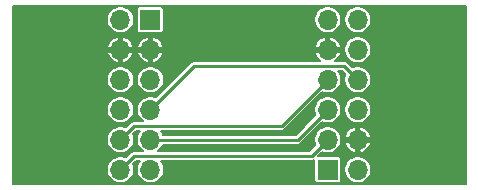
<source format=gbr>
%TF.GenerationSoftware,KiCad,Pcbnew,5.1.9+dfsg1-1~bpo10+1*%
%TF.CreationDate,2022-12-11T19:13:10+01:00*%
%TF.ProjectId,PI2PMODSPI,50493250-4d4f-4445-9350-492e6b696361,rev?*%
%TF.SameCoordinates,Original*%
%TF.FileFunction,Copper,L1,Top*%
%TF.FilePolarity,Positive*%
%FSLAX46Y46*%
G04 Gerber Fmt 4.6, Leading zero omitted, Abs format (unit mm)*
G04 Created by KiCad (PCBNEW 5.1.9+dfsg1-1~bpo10+1) date 2022-12-11 19:13:10*
%MOMM*%
%LPD*%
G01*
G04 APERTURE LIST*
%TA.AperFunction,ComponentPad*%
%ADD10O,1.700000X1.700000*%
%TD*%
%TA.AperFunction,ComponentPad*%
%ADD11R,1.700000X1.700000*%
%TD*%
%TA.AperFunction,Conductor*%
%ADD12C,0.250000*%
%TD*%
%TA.AperFunction,Conductor*%
%ADD13C,0.200000*%
%TD*%
%TA.AperFunction,Conductor*%
%ADD14C,0.100000*%
%TD*%
G04 APERTURE END LIST*
D10*
%TO.P,J2,12*%
%TO.N,Net-(J2-Pad12)*%
X117540000Y-50000000D03*
%TO.P,J2,11*%
%TO.N,Net-(J2-Pad11)*%
X115000000Y-50000000D03*
%TO.P,J2,10*%
%TO.N,Net-(J2-Pad10)*%
X117540000Y-52540000D03*
%TO.P,J2,9*%
%TO.N,GND*%
X115000000Y-52540000D03*
%TO.P,J2,8*%
%TO.N,FLASH_CSn*%
X117540000Y-55080000D03*
%TO.P,J2,7*%
%TO.N,FLASH_SCLK*%
X115000000Y-55080000D03*
%TO.P,J2,6*%
%TO.N,Net-(J2-Pad6)*%
X117540000Y-57620000D03*
%TO.P,J2,5*%
%TO.N,FLASH_SIO1_SO*%
X115000000Y-57620000D03*
%TO.P,J2,4*%
%TO.N,GND*%
X117540000Y-60160000D03*
%TO.P,J2,3*%
%TO.N,FLASH_SIO0_SI*%
X115000000Y-60160000D03*
%TO.P,J2,2*%
%TO.N,Net-(J2-Pad2)*%
X117540000Y-62700000D03*
D11*
%TO.P,J2,1*%
%TO.N,+3V3*%
X115000000Y-62700000D03*
%TD*%
%TO.P,J1,1*%
%TO.N,+3V3*%
X100000000Y-50000000D03*
D10*
%TO.P,J1,2*%
X97460000Y-50000000D03*
%TO.P,J1,3*%
%TO.N,GND*%
X100000000Y-52540000D03*
%TO.P,J1,4*%
X97460000Y-52540000D03*
%TO.P,J1,5*%
%TO.N,Net-(J1-Pad5)*%
X100000000Y-55080000D03*
%TO.P,J1,6*%
%TO.N,Net-(J1-Pad6)*%
X97460000Y-55080000D03*
%TO.P,J1,7*%
%TO.N,FLASH_CSn*%
X100000000Y-57620000D03*
%TO.P,J1,8*%
%TO.N,FLASH_SIO3_HOLD*%
X97460000Y-57620000D03*
%TO.P,J1,9*%
%TO.N,FLASH_SIO1_SO*%
X100000000Y-60160000D03*
%TO.P,J1,10*%
%TO.N,FLASH_SCLK*%
X97460000Y-60160000D03*
%TO.P,J1,11*%
%TO.N,FLASH_SIO2_WP*%
X100000000Y-62700000D03*
%TO.P,J1,12*%
%TO.N,FLASH_SIO0_SI*%
X97460000Y-62700000D03*
%TD*%
D12*
%TO.N,FLASH_SCLK*%
X111095001Y-58984999D02*
X115000000Y-55080000D01*
X97460000Y-60160000D02*
X98635001Y-58984999D01*
X98635001Y-58984999D02*
X111095001Y-58984999D01*
%TO.N,FLASH_CSn*%
X103715001Y-53904999D02*
X100000000Y-57620000D01*
X117540000Y-55080000D02*
X116364999Y-53904999D01*
X116364999Y-53904999D02*
X103715001Y-53904999D01*
%TO.N,FLASH_SIO0_SI*%
X98635001Y-61524999D02*
X97460000Y-62700000D01*
X115000000Y-60160000D02*
X113635001Y-61524999D01*
X113635001Y-61524999D02*
X98635001Y-61524999D01*
%TO.N,FLASH_SIO1_SO*%
X112460000Y-60160000D02*
X100000000Y-60160000D01*
X115000000Y-57620000D02*
X112460000Y-60160000D01*
%TD*%
D13*
%TO.N,GND*%
X126675001Y-63937000D02*
X88325000Y-63937000D01*
X88325000Y-60046735D01*
X96310000Y-60046735D01*
X96310000Y-60273265D01*
X96354194Y-60495443D01*
X96440884Y-60704729D01*
X96566737Y-60893082D01*
X96726918Y-61053263D01*
X96915271Y-61179116D01*
X97124557Y-61265806D01*
X97346735Y-61310000D01*
X97573265Y-61310000D01*
X97795443Y-61265806D01*
X98004729Y-61179116D01*
X98193082Y-61053263D01*
X98353263Y-60893082D01*
X98479116Y-60704729D01*
X98565806Y-60495443D01*
X98610000Y-60273265D01*
X98610000Y-60046735D01*
X98565806Y-59824557D01*
X98516212Y-59704828D01*
X98811042Y-59409999D01*
X99123656Y-59409999D01*
X99106737Y-59426918D01*
X98980884Y-59615271D01*
X98894194Y-59824557D01*
X98850000Y-60046735D01*
X98850000Y-60273265D01*
X98894194Y-60495443D01*
X98980884Y-60704729D01*
X99106737Y-60893082D01*
X99266918Y-61053263D01*
X99336864Y-61099999D01*
X98655867Y-61099999D01*
X98635000Y-61097944D01*
X98614133Y-61099999D01*
X98614127Y-61099999D01*
X98560099Y-61105320D01*
X98551686Y-61106149D01*
X98527384Y-61113521D01*
X98471574Y-61130451D01*
X98397741Y-61169915D01*
X98333027Y-61223025D01*
X98319722Y-61239237D01*
X97915172Y-61643788D01*
X97795443Y-61594194D01*
X97573265Y-61550000D01*
X97346735Y-61550000D01*
X97124557Y-61594194D01*
X96915271Y-61680884D01*
X96726918Y-61806737D01*
X96566737Y-61966918D01*
X96440884Y-62155271D01*
X96354194Y-62364557D01*
X96310000Y-62586735D01*
X96310000Y-62813265D01*
X96354194Y-63035443D01*
X96440884Y-63244729D01*
X96566737Y-63433082D01*
X96726918Y-63593263D01*
X96915271Y-63719116D01*
X97124557Y-63805806D01*
X97346735Y-63850000D01*
X97573265Y-63850000D01*
X97795443Y-63805806D01*
X98004729Y-63719116D01*
X98193082Y-63593263D01*
X98353263Y-63433082D01*
X98479116Y-63244729D01*
X98565806Y-63035443D01*
X98610000Y-62813265D01*
X98610000Y-62586735D01*
X98565806Y-62364557D01*
X98516212Y-62244828D01*
X98811042Y-61949999D01*
X99123656Y-61949999D01*
X99106737Y-61966918D01*
X98980884Y-62155271D01*
X98894194Y-62364557D01*
X98850000Y-62586735D01*
X98850000Y-62813265D01*
X98894194Y-63035443D01*
X98980884Y-63244729D01*
X99106737Y-63433082D01*
X99266918Y-63593263D01*
X99455271Y-63719116D01*
X99664557Y-63805806D01*
X99886735Y-63850000D01*
X100113265Y-63850000D01*
X100335443Y-63805806D01*
X100544729Y-63719116D01*
X100733082Y-63593263D01*
X100893263Y-63433082D01*
X101019116Y-63244729D01*
X101105806Y-63035443D01*
X101150000Y-62813265D01*
X101150000Y-62586735D01*
X101105806Y-62364557D01*
X101019116Y-62155271D01*
X100893263Y-61966918D01*
X100876344Y-61949999D01*
X113614134Y-61949999D01*
X113635001Y-61952054D01*
X113655868Y-61949999D01*
X113655875Y-61949999D01*
X113718315Y-61943849D01*
X113798428Y-61919547D01*
X113848549Y-61892757D01*
X113848549Y-63550000D01*
X113854341Y-63608810D01*
X113871496Y-63665360D01*
X113899353Y-63717477D01*
X113936842Y-63763158D01*
X113982523Y-63800647D01*
X114034640Y-63828504D01*
X114091190Y-63845659D01*
X114150000Y-63851451D01*
X115850000Y-63851451D01*
X115908810Y-63845659D01*
X115965360Y-63828504D01*
X116017477Y-63800647D01*
X116063158Y-63763158D01*
X116100647Y-63717477D01*
X116128504Y-63665360D01*
X116145659Y-63608810D01*
X116151451Y-63550000D01*
X116151451Y-62586735D01*
X116390000Y-62586735D01*
X116390000Y-62813265D01*
X116434194Y-63035443D01*
X116520884Y-63244729D01*
X116646737Y-63433082D01*
X116806918Y-63593263D01*
X116995271Y-63719116D01*
X117204557Y-63805806D01*
X117426735Y-63850000D01*
X117653265Y-63850000D01*
X117875443Y-63805806D01*
X118084729Y-63719116D01*
X118273082Y-63593263D01*
X118433263Y-63433082D01*
X118559116Y-63244729D01*
X118645806Y-63035443D01*
X118690000Y-62813265D01*
X118690000Y-62586735D01*
X118645806Y-62364557D01*
X118559116Y-62155271D01*
X118433263Y-61966918D01*
X118273082Y-61806737D01*
X118084729Y-61680884D01*
X117875443Y-61594194D01*
X117653265Y-61550000D01*
X117426735Y-61550000D01*
X117204557Y-61594194D01*
X116995271Y-61680884D01*
X116806918Y-61806737D01*
X116646737Y-61966918D01*
X116520884Y-62155271D01*
X116434194Y-62364557D01*
X116390000Y-62586735D01*
X116151451Y-62586735D01*
X116151451Y-61850000D01*
X116145659Y-61791190D01*
X116128504Y-61734640D01*
X116100647Y-61682523D01*
X116063158Y-61636842D01*
X116017477Y-61599353D01*
X115965360Y-61571496D01*
X115908810Y-61554341D01*
X115850000Y-61548549D01*
X114212491Y-61548549D01*
X114544828Y-61216212D01*
X114664557Y-61265806D01*
X114886735Y-61310000D01*
X115113265Y-61310000D01*
X115335443Y-61265806D01*
X115544729Y-61179116D01*
X115733082Y-61053263D01*
X115893263Y-60893082D01*
X116019116Y-60704729D01*
X116105806Y-60495443D01*
X116106812Y-60490383D01*
X116438480Y-60490383D01*
X116440561Y-60497272D01*
X116527485Y-60705281D01*
X116653319Y-60892336D01*
X116813228Y-61051247D01*
X117001066Y-61175908D01*
X117209615Y-61261528D01*
X117386000Y-61224650D01*
X117386000Y-60314000D01*
X117694000Y-60314000D01*
X117694000Y-61224650D01*
X117870385Y-61261528D01*
X118078934Y-61175908D01*
X118266772Y-61051247D01*
X118426681Y-60892336D01*
X118552515Y-60705281D01*
X118639439Y-60497272D01*
X118641520Y-60490383D01*
X118603912Y-60314000D01*
X117694000Y-60314000D01*
X117386000Y-60314000D01*
X116476088Y-60314000D01*
X116438480Y-60490383D01*
X116106812Y-60490383D01*
X116150000Y-60273265D01*
X116150000Y-60046735D01*
X116106813Y-59829617D01*
X116438480Y-59829617D01*
X116476088Y-60006000D01*
X117386000Y-60006000D01*
X117386000Y-59095350D01*
X117694000Y-59095350D01*
X117694000Y-60006000D01*
X118603912Y-60006000D01*
X118641520Y-59829617D01*
X118639439Y-59822728D01*
X118552515Y-59614719D01*
X118426681Y-59427664D01*
X118266772Y-59268753D01*
X118078934Y-59144092D01*
X117870385Y-59058472D01*
X117694000Y-59095350D01*
X117386000Y-59095350D01*
X117209615Y-59058472D01*
X117001066Y-59144092D01*
X116813228Y-59268753D01*
X116653319Y-59427664D01*
X116527485Y-59614719D01*
X116440561Y-59822728D01*
X116438480Y-59829617D01*
X116106813Y-59829617D01*
X116105806Y-59824557D01*
X116019116Y-59615271D01*
X115893263Y-59426918D01*
X115733082Y-59266737D01*
X115544729Y-59140884D01*
X115335443Y-59054194D01*
X115113265Y-59010000D01*
X114886735Y-59010000D01*
X114664557Y-59054194D01*
X114455271Y-59140884D01*
X114266918Y-59266737D01*
X114106737Y-59426918D01*
X113980884Y-59615271D01*
X113894194Y-59824557D01*
X113850000Y-60046735D01*
X113850000Y-60273265D01*
X113894194Y-60495443D01*
X113943788Y-60615172D01*
X113458961Y-61099999D01*
X100663136Y-61099999D01*
X100733082Y-61053263D01*
X100893263Y-60893082D01*
X101019116Y-60704729D01*
X101068710Y-60585000D01*
X112439133Y-60585000D01*
X112460000Y-60587055D01*
X112480867Y-60585000D01*
X112480874Y-60585000D01*
X112543314Y-60578850D01*
X112623427Y-60554548D01*
X112697260Y-60515084D01*
X112761974Y-60461974D01*
X112775283Y-60445757D01*
X114544828Y-58676212D01*
X114664557Y-58725806D01*
X114886735Y-58770000D01*
X115113265Y-58770000D01*
X115335443Y-58725806D01*
X115544729Y-58639116D01*
X115733082Y-58513263D01*
X115893263Y-58353082D01*
X116019116Y-58164729D01*
X116105806Y-57955443D01*
X116150000Y-57733265D01*
X116150000Y-57506735D01*
X116390000Y-57506735D01*
X116390000Y-57733265D01*
X116434194Y-57955443D01*
X116520884Y-58164729D01*
X116646737Y-58353082D01*
X116806918Y-58513263D01*
X116995271Y-58639116D01*
X117204557Y-58725806D01*
X117426735Y-58770000D01*
X117653265Y-58770000D01*
X117875443Y-58725806D01*
X118084729Y-58639116D01*
X118273082Y-58513263D01*
X118433263Y-58353082D01*
X118559116Y-58164729D01*
X118645806Y-57955443D01*
X118690000Y-57733265D01*
X118690000Y-57506735D01*
X118645806Y-57284557D01*
X118559116Y-57075271D01*
X118433263Y-56886918D01*
X118273082Y-56726737D01*
X118084729Y-56600884D01*
X117875443Y-56514194D01*
X117653265Y-56470000D01*
X117426735Y-56470000D01*
X117204557Y-56514194D01*
X116995271Y-56600884D01*
X116806918Y-56726737D01*
X116646737Y-56886918D01*
X116520884Y-57075271D01*
X116434194Y-57284557D01*
X116390000Y-57506735D01*
X116150000Y-57506735D01*
X116105806Y-57284557D01*
X116019116Y-57075271D01*
X115893263Y-56886918D01*
X115733082Y-56726737D01*
X115544729Y-56600884D01*
X115335443Y-56514194D01*
X115113265Y-56470000D01*
X114886735Y-56470000D01*
X114664557Y-56514194D01*
X114455271Y-56600884D01*
X114266918Y-56726737D01*
X114106737Y-56886918D01*
X113980884Y-57075271D01*
X113894194Y-57284557D01*
X113850000Y-57506735D01*
X113850000Y-57733265D01*
X113894194Y-57955443D01*
X113943788Y-58075172D01*
X112283960Y-59735000D01*
X101068710Y-59735000D01*
X101019116Y-59615271D01*
X100893263Y-59426918D01*
X100876344Y-59409999D01*
X111074134Y-59409999D01*
X111095001Y-59412054D01*
X111115868Y-59409999D01*
X111115875Y-59409999D01*
X111178315Y-59403849D01*
X111258428Y-59379547D01*
X111332261Y-59340083D01*
X111396975Y-59286973D01*
X111410285Y-59270755D01*
X114544828Y-56136212D01*
X114664557Y-56185806D01*
X114886735Y-56230000D01*
X115113265Y-56230000D01*
X115335443Y-56185806D01*
X115544729Y-56099116D01*
X115733082Y-55973263D01*
X115893263Y-55813082D01*
X116019116Y-55624729D01*
X116105806Y-55415443D01*
X116150000Y-55193265D01*
X116150000Y-54966735D01*
X116105806Y-54744557D01*
X116019116Y-54535271D01*
X115893263Y-54346918D01*
X115876344Y-54329999D01*
X116188959Y-54329999D01*
X116483788Y-54624828D01*
X116434194Y-54744557D01*
X116390000Y-54966735D01*
X116390000Y-55193265D01*
X116434194Y-55415443D01*
X116520884Y-55624729D01*
X116646737Y-55813082D01*
X116806918Y-55973263D01*
X116995271Y-56099116D01*
X117204557Y-56185806D01*
X117426735Y-56230000D01*
X117653265Y-56230000D01*
X117875443Y-56185806D01*
X118084729Y-56099116D01*
X118273082Y-55973263D01*
X118433263Y-55813082D01*
X118559116Y-55624729D01*
X118645806Y-55415443D01*
X118690000Y-55193265D01*
X118690000Y-54966735D01*
X118645806Y-54744557D01*
X118559116Y-54535271D01*
X118433263Y-54346918D01*
X118273082Y-54186737D01*
X118084729Y-54060884D01*
X117875443Y-53974194D01*
X117653265Y-53930000D01*
X117426735Y-53930000D01*
X117204557Y-53974194D01*
X117084828Y-54023788D01*
X116680282Y-53619242D01*
X116666973Y-53603025D01*
X116602259Y-53549915D01*
X116528426Y-53510451D01*
X116448313Y-53486149D01*
X116385873Y-53479999D01*
X116385866Y-53479999D01*
X116364999Y-53477944D01*
X116344132Y-53479999D01*
X115653313Y-53479999D01*
X115726772Y-53431247D01*
X115886681Y-53272336D01*
X116012515Y-53085281D01*
X116099439Y-52877272D01*
X116101520Y-52870383D01*
X116063912Y-52694000D01*
X115154000Y-52694000D01*
X115154000Y-52714000D01*
X114846000Y-52714000D01*
X114846000Y-52694000D01*
X113936088Y-52694000D01*
X113898480Y-52870383D01*
X113900561Y-52877272D01*
X113987485Y-53085281D01*
X114113319Y-53272336D01*
X114273228Y-53431247D01*
X114346687Y-53479999D01*
X103735868Y-53479999D01*
X103715001Y-53477944D01*
X103694134Y-53479999D01*
X103694127Y-53479999D01*
X103639328Y-53485396D01*
X103631686Y-53486149D01*
X103551573Y-53510451D01*
X103525856Y-53524198D01*
X103477741Y-53549915D01*
X103413027Y-53603025D01*
X103399722Y-53619237D01*
X100455172Y-56563788D01*
X100335443Y-56514194D01*
X100113265Y-56470000D01*
X99886735Y-56470000D01*
X99664557Y-56514194D01*
X99455271Y-56600884D01*
X99266918Y-56726737D01*
X99106737Y-56886918D01*
X98980884Y-57075271D01*
X98894194Y-57284557D01*
X98850000Y-57506735D01*
X98850000Y-57733265D01*
X98894194Y-57955443D01*
X98980884Y-58164729D01*
X99106737Y-58353082D01*
X99266918Y-58513263D01*
X99336864Y-58559999D01*
X98655867Y-58559999D01*
X98635000Y-58557944D01*
X98614133Y-58559999D01*
X98614127Y-58559999D01*
X98560099Y-58565320D01*
X98551686Y-58566149D01*
X98527384Y-58573521D01*
X98471574Y-58590451D01*
X98397741Y-58629915D01*
X98333027Y-58683025D01*
X98319722Y-58699237D01*
X97915172Y-59103788D01*
X97795443Y-59054194D01*
X97573265Y-59010000D01*
X97346735Y-59010000D01*
X97124557Y-59054194D01*
X96915271Y-59140884D01*
X96726918Y-59266737D01*
X96566737Y-59426918D01*
X96440884Y-59615271D01*
X96354194Y-59824557D01*
X96310000Y-60046735D01*
X88325000Y-60046735D01*
X88325000Y-57506735D01*
X96310000Y-57506735D01*
X96310000Y-57733265D01*
X96354194Y-57955443D01*
X96440884Y-58164729D01*
X96566737Y-58353082D01*
X96726918Y-58513263D01*
X96915271Y-58639116D01*
X97124557Y-58725806D01*
X97346735Y-58770000D01*
X97573265Y-58770000D01*
X97795443Y-58725806D01*
X98004729Y-58639116D01*
X98193082Y-58513263D01*
X98353263Y-58353082D01*
X98479116Y-58164729D01*
X98565806Y-57955443D01*
X98610000Y-57733265D01*
X98610000Y-57506735D01*
X98565806Y-57284557D01*
X98479116Y-57075271D01*
X98353263Y-56886918D01*
X98193082Y-56726737D01*
X98004729Y-56600884D01*
X97795443Y-56514194D01*
X97573265Y-56470000D01*
X97346735Y-56470000D01*
X97124557Y-56514194D01*
X96915271Y-56600884D01*
X96726918Y-56726737D01*
X96566737Y-56886918D01*
X96440884Y-57075271D01*
X96354194Y-57284557D01*
X96310000Y-57506735D01*
X88325000Y-57506735D01*
X88325000Y-54966735D01*
X96310000Y-54966735D01*
X96310000Y-55193265D01*
X96354194Y-55415443D01*
X96440884Y-55624729D01*
X96566737Y-55813082D01*
X96726918Y-55973263D01*
X96915271Y-56099116D01*
X97124557Y-56185806D01*
X97346735Y-56230000D01*
X97573265Y-56230000D01*
X97795443Y-56185806D01*
X98004729Y-56099116D01*
X98193082Y-55973263D01*
X98353263Y-55813082D01*
X98479116Y-55624729D01*
X98565806Y-55415443D01*
X98610000Y-55193265D01*
X98610000Y-54966735D01*
X98850000Y-54966735D01*
X98850000Y-55193265D01*
X98894194Y-55415443D01*
X98980884Y-55624729D01*
X99106737Y-55813082D01*
X99266918Y-55973263D01*
X99455271Y-56099116D01*
X99664557Y-56185806D01*
X99886735Y-56230000D01*
X100113265Y-56230000D01*
X100335443Y-56185806D01*
X100544729Y-56099116D01*
X100733082Y-55973263D01*
X100893263Y-55813082D01*
X101019116Y-55624729D01*
X101105806Y-55415443D01*
X101150000Y-55193265D01*
X101150000Y-54966735D01*
X101105806Y-54744557D01*
X101019116Y-54535271D01*
X100893263Y-54346918D01*
X100733082Y-54186737D01*
X100544729Y-54060884D01*
X100335443Y-53974194D01*
X100113265Y-53930000D01*
X99886735Y-53930000D01*
X99664557Y-53974194D01*
X99455271Y-54060884D01*
X99266918Y-54186737D01*
X99106737Y-54346918D01*
X98980884Y-54535271D01*
X98894194Y-54744557D01*
X98850000Y-54966735D01*
X98610000Y-54966735D01*
X98565806Y-54744557D01*
X98479116Y-54535271D01*
X98353263Y-54346918D01*
X98193082Y-54186737D01*
X98004729Y-54060884D01*
X97795443Y-53974194D01*
X97573265Y-53930000D01*
X97346735Y-53930000D01*
X97124557Y-53974194D01*
X96915271Y-54060884D01*
X96726918Y-54186737D01*
X96566737Y-54346918D01*
X96440884Y-54535271D01*
X96354194Y-54744557D01*
X96310000Y-54966735D01*
X88325000Y-54966735D01*
X88325000Y-52870383D01*
X96358480Y-52870383D01*
X96360561Y-52877272D01*
X96447485Y-53085281D01*
X96573319Y-53272336D01*
X96733228Y-53431247D01*
X96921066Y-53555908D01*
X97129615Y-53641528D01*
X97306000Y-53604650D01*
X97306000Y-52694000D01*
X97614000Y-52694000D01*
X97614000Y-53604650D01*
X97790385Y-53641528D01*
X97998934Y-53555908D01*
X98186772Y-53431247D01*
X98346681Y-53272336D01*
X98472515Y-53085281D01*
X98559439Y-52877272D01*
X98561520Y-52870383D01*
X98898480Y-52870383D01*
X98900561Y-52877272D01*
X98987485Y-53085281D01*
X99113319Y-53272336D01*
X99273228Y-53431247D01*
X99461066Y-53555908D01*
X99669615Y-53641528D01*
X99846000Y-53604650D01*
X99846000Y-52694000D01*
X100154000Y-52694000D01*
X100154000Y-53604650D01*
X100330385Y-53641528D01*
X100538934Y-53555908D01*
X100726772Y-53431247D01*
X100886681Y-53272336D01*
X101012515Y-53085281D01*
X101099439Y-52877272D01*
X101101520Y-52870383D01*
X101063912Y-52694000D01*
X100154000Y-52694000D01*
X99846000Y-52694000D01*
X98936088Y-52694000D01*
X98898480Y-52870383D01*
X98561520Y-52870383D01*
X98523912Y-52694000D01*
X97614000Y-52694000D01*
X97306000Y-52694000D01*
X96396088Y-52694000D01*
X96358480Y-52870383D01*
X88325000Y-52870383D01*
X88325000Y-52426735D01*
X116390000Y-52426735D01*
X116390000Y-52653265D01*
X116434194Y-52875443D01*
X116520884Y-53084729D01*
X116646737Y-53273082D01*
X116806918Y-53433263D01*
X116995271Y-53559116D01*
X117204557Y-53645806D01*
X117426735Y-53690000D01*
X117653265Y-53690000D01*
X117875443Y-53645806D01*
X118084729Y-53559116D01*
X118273082Y-53433263D01*
X118433263Y-53273082D01*
X118559116Y-53084729D01*
X118645806Y-52875443D01*
X118690000Y-52653265D01*
X118690000Y-52426735D01*
X118645806Y-52204557D01*
X118559116Y-51995271D01*
X118433263Y-51806918D01*
X118273082Y-51646737D01*
X118084729Y-51520884D01*
X117875443Y-51434194D01*
X117653265Y-51390000D01*
X117426735Y-51390000D01*
X117204557Y-51434194D01*
X116995271Y-51520884D01*
X116806918Y-51646737D01*
X116646737Y-51806918D01*
X116520884Y-51995271D01*
X116434194Y-52204557D01*
X116390000Y-52426735D01*
X88325000Y-52426735D01*
X88325000Y-52209617D01*
X96358480Y-52209617D01*
X96396088Y-52386000D01*
X97306000Y-52386000D01*
X97306000Y-51475350D01*
X97614000Y-51475350D01*
X97614000Y-52386000D01*
X98523912Y-52386000D01*
X98561520Y-52209617D01*
X98898480Y-52209617D01*
X98936088Y-52386000D01*
X99846000Y-52386000D01*
X99846000Y-51475350D01*
X100154000Y-51475350D01*
X100154000Y-52386000D01*
X101063912Y-52386000D01*
X101101520Y-52209617D01*
X113898480Y-52209617D01*
X113936088Y-52386000D01*
X114846000Y-52386000D01*
X114846000Y-51475350D01*
X115154000Y-51475350D01*
X115154000Y-52386000D01*
X116063912Y-52386000D01*
X116101520Y-52209617D01*
X116099439Y-52202728D01*
X116012515Y-51994719D01*
X115886681Y-51807664D01*
X115726772Y-51648753D01*
X115538934Y-51524092D01*
X115330385Y-51438472D01*
X115154000Y-51475350D01*
X114846000Y-51475350D01*
X114669615Y-51438472D01*
X114461066Y-51524092D01*
X114273228Y-51648753D01*
X114113319Y-51807664D01*
X113987485Y-51994719D01*
X113900561Y-52202728D01*
X113898480Y-52209617D01*
X101101520Y-52209617D01*
X101099439Y-52202728D01*
X101012515Y-51994719D01*
X100886681Y-51807664D01*
X100726772Y-51648753D01*
X100538934Y-51524092D01*
X100330385Y-51438472D01*
X100154000Y-51475350D01*
X99846000Y-51475350D01*
X99669615Y-51438472D01*
X99461066Y-51524092D01*
X99273228Y-51648753D01*
X99113319Y-51807664D01*
X98987485Y-51994719D01*
X98900561Y-52202728D01*
X98898480Y-52209617D01*
X98561520Y-52209617D01*
X98559439Y-52202728D01*
X98472515Y-51994719D01*
X98346681Y-51807664D01*
X98186772Y-51648753D01*
X97998934Y-51524092D01*
X97790385Y-51438472D01*
X97614000Y-51475350D01*
X97306000Y-51475350D01*
X97129615Y-51438472D01*
X96921066Y-51524092D01*
X96733228Y-51648753D01*
X96573319Y-51807664D01*
X96447485Y-51994719D01*
X96360561Y-52202728D01*
X96358480Y-52209617D01*
X88325000Y-52209617D01*
X88325000Y-49886735D01*
X96310000Y-49886735D01*
X96310000Y-50113265D01*
X96354194Y-50335443D01*
X96440884Y-50544729D01*
X96566737Y-50733082D01*
X96726918Y-50893263D01*
X96915271Y-51019116D01*
X97124557Y-51105806D01*
X97346735Y-51150000D01*
X97573265Y-51150000D01*
X97795443Y-51105806D01*
X98004729Y-51019116D01*
X98193082Y-50893263D01*
X98353263Y-50733082D01*
X98479116Y-50544729D01*
X98565806Y-50335443D01*
X98610000Y-50113265D01*
X98610000Y-49886735D01*
X98565806Y-49664557D01*
X98479116Y-49455271D01*
X98353263Y-49266918D01*
X98236345Y-49150000D01*
X98848549Y-49150000D01*
X98848549Y-50850000D01*
X98854341Y-50908810D01*
X98871496Y-50965360D01*
X98899353Y-51017477D01*
X98936842Y-51063158D01*
X98982523Y-51100647D01*
X99034640Y-51128504D01*
X99091190Y-51145659D01*
X99150000Y-51151451D01*
X100850000Y-51151451D01*
X100908810Y-51145659D01*
X100965360Y-51128504D01*
X101017477Y-51100647D01*
X101063158Y-51063158D01*
X101100647Y-51017477D01*
X101128504Y-50965360D01*
X101145659Y-50908810D01*
X101151451Y-50850000D01*
X101151451Y-49886735D01*
X113850000Y-49886735D01*
X113850000Y-50113265D01*
X113894194Y-50335443D01*
X113980884Y-50544729D01*
X114106737Y-50733082D01*
X114266918Y-50893263D01*
X114455271Y-51019116D01*
X114664557Y-51105806D01*
X114886735Y-51150000D01*
X115113265Y-51150000D01*
X115335443Y-51105806D01*
X115544729Y-51019116D01*
X115733082Y-50893263D01*
X115893263Y-50733082D01*
X116019116Y-50544729D01*
X116105806Y-50335443D01*
X116150000Y-50113265D01*
X116150000Y-49886735D01*
X116390000Y-49886735D01*
X116390000Y-50113265D01*
X116434194Y-50335443D01*
X116520884Y-50544729D01*
X116646737Y-50733082D01*
X116806918Y-50893263D01*
X116995271Y-51019116D01*
X117204557Y-51105806D01*
X117426735Y-51150000D01*
X117653265Y-51150000D01*
X117875443Y-51105806D01*
X118084729Y-51019116D01*
X118273082Y-50893263D01*
X118433263Y-50733082D01*
X118559116Y-50544729D01*
X118645806Y-50335443D01*
X118690000Y-50113265D01*
X118690000Y-49886735D01*
X118645806Y-49664557D01*
X118559116Y-49455271D01*
X118433263Y-49266918D01*
X118273082Y-49106737D01*
X118084729Y-48980884D01*
X117875443Y-48894194D01*
X117653265Y-48850000D01*
X117426735Y-48850000D01*
X117204557Y-48894194D01*
X116995271Y-48980884D01*
X116806918Y-49106737D01*
X116646737Y-49266918D01*
X116520884Y-49455271D01*
X116434194Y-49664557D01*
X116390000Y-49886735D01*
X116150000Y-49886735D01*
X116105806Y-49664557D01*
X116019116Y-49455271D01*
X115893263Y-49266918D01*
X115733082Y-49106737D01*
X115544729Y-48980884D01*
X115335443Y-48894194D01*
X115113265Y-48850000D01*
X114886735Y-48850000D01*
X114664557Y-48894194D01*
X114455271Y-48980884D01*
X114266918Y-49106737D01*
X114106737Y-49266918D01*
X113980884Y-49455271D01*
X113894194Y-49664557D01*
X113850000Y-49886735D01*
X101151451Y-49886735D01*
X101151451Y-49150000D01*
X101145659Y-49091190D01*
X101128504Y-49034640D01*
X101100647Y-48982523D01*
X101063158Y-48936842D01*
X101017477Y-48899353D01*
X100965360Y-48871496D01*
X100908810Y-48854341D01*
X100850000Y-48848549D01*
X99150000Y-48848549D01*
X99091190Y-48854341D01*
X99034640Y-48871496D01*
X98982523Y-48899353D01*
X98936842Y-48936842D01*
X98899353Y-48982523D01*
X98871496Y-49034640D01*
X98854341Y-49091190D01*
X98848549Y-49150000D01*
X98236345Y-49150000D01*
X98193082Y-49106737D01*
X98004729Y-48980884D01*
X97795443Y-48894194D01*
X97573265Y-48850000D01*
X97346735Y-48850000D01*
X97124557Y-48894194D01*
X96915271Y-48980884D01*
X96726918Y-49106737D01*
X96566737Y-49266918D01*
X96440884Y-49455271D01*
X96354194Y-49664557D01*
X96310000Y-49886735D01*
X88325000Y-49886735D01*
X88325000Y-48839000D01*
X126675000Y-48839000D01*
X126675001Y-63937000D01*
%TA.AperFunction,Conductor*%
D14*
G36*
X126675001Y-63937000D02*
G01*
X88325000Y-63937000D01*
X88325000Y-60046735D01*
X96310000Y-60046735D01*
X96310000Y-60273265D01*
X96354194Y-60495443D01*
X96440884Y-60704729D01*
X96566737Y-60893082D01*
X96726918Y-61053263D01*
X96915271Y-61179116D01*
X97124557Y-61265806D01*
X97346735Y-61310000D01*
X97573265Y-61310000D01*
X97795443Y-61265806D01*
X98004729Y-61179116D01*
X98193082Y-61053263D01*
X98353263Y-60893082D01*
X98479116Y-60704729D01*
X98565806Y-60495443D01*
X98610000Y-60273265D01*
X98610000Y-60046735D01*
X98565806Y-59824557D01*
X98516212Y-59704828D01*
X98811042Y-59409999D01*
X99123656Y-59409999D01*
X99106737Y-59426918D01*
X98980884Y-59615271D01*
X98894194Y-59824557D01*
X98850000Y-60046735D01*
X98850000Y-60273265D01*
X98894194Y-60495443D01*
X98980884Y-60704729D01*
X99106737Y-60893082D01*
X99266918Y-61053263D01*
X99336864Y-61099999D01*
X98655867Y-61099999D01*
X98635000Y-61097944D01*
X98614133Y-61099999D01*
X98614127Y-61099999D01*
X98560099Y-61105320D01*
X98551686Y-61106149D01*
X98527384Y-61113521D01*
X98471574Y-61130451D01*
X98397741Y-61169915D01*
X98333027Y-61223025D01*
X98319722Y-61239237D01*
X97915172Y-61643788D01*
X97795443Y-61594194D01*
X97573265Y-61550000D01*
X97346735Y-61550000D01*
X97124557Y-61594194D01*
X96915271Y-61680884D01*
X96726918Y-61806737D01*
X96566737Y-61966918D01*
X96440884Y-62155271D01*
X96354194Y-62364557D01*
X96310000Y-62586735D01*
X96310000Y-62813265D01*
X96354194Y-63035443D01*
X96440884Y-63244729D01*
X96566737Y-63433082D01*
X96726918Y-63593263D01*
X96915271Y-63719116D01*
X97124557Y-63805806D01*
X97346735Y-63850000D01*
X97573265Y-63850000D01*
X97795443Y-63805806D01*
X98004729Y-63719116D01*
X98193082Y-63593263D01*
X98353263Y-63433082D01*
X98479116Y-63244729D01*
X98565806Y-63035443D01*
X98610000Y-62813265D01*
X98610000Y-62586735D01*
X98565806Y-62364557D01*
X98516212Y-62244828D01*
X98811042Y-61949999D01*
X99123656Y-61949999D01*
X99106737Y-61966918D01*
X98980884Y-62155271D01*
X98894194Y-62364557D01*
X98850000Y-62586735D01*
X98850000Y-62813265D01*
X98894194Y-63035443D01*
X98980884Y-63244729D01*
X99106737Y-63433082D01*
X99266918Y-63593263D01*
X99455271Y-63719116D01*
X99664557Y-63805806D01*
X99886735Y-63850000D01*
X100113265Y-63850000D01*
X100335443Y-63805806D01*
X100544729Y-63719116D01*
X100733082Y-63593263D01*
X100893263Y-63433082D01*
X101019116Y-63244729D01*
X101105806Y-63035443D01*
X101150000Y-62813265D01*
X101150000Y-62586735D01*
X101105806Y-62364557D01*
X101019116Y-62155271D01*
X100893263Y-61966918D01*
X100876344Y-61949999D01*
X113614134Y-61949999D01*
X113635001Y-61952054D01*
X113655868Y-61949999D01*
X113655875Y-61949999D01*
X113718315Y-61943849D01*
X113798428Y-61919547D01*
X113848549Y-61892757D01*
X113848549Y-63550000D01*
X113854341Y-63608810D01*
X113871496Y-63665360D01*
X113899353Y-63717477D01*
X113936842Y-63763158D01*
X113982523Y-63800647D01*
X114034640Y-63828504D01*
X114091190Y-63845659D01*
X114150000Y-63851451D01*
X115850000Y-63851451D01*
X115908810Y-63845659D01*
X115965360Y-63828504D01*
X116017477Y-63800647D01*
X116063158Y-63763158D01*
X116100647Y-63717477D01*
X116128504Y-63665360D01*
X116145659Y-63608810D01*
X116151451Y-63550000D01*
X116151451Y-62586735D01*
X116390000Y-62586735D01*
X116390000Y-62813265D01*
X116434194Y-63035443D01*
X116520884Y-63244729D01*
X116646737Y-63433082D01*
X116806918Y-63593263D01*
X116995271Y-63719116D01*
X117204557Y-63805806D01*
X117426735Y-63850000D01*
X117653265Y-63850000D01*
X117875443Y-63805806D01*
X118084729Y-63719116D01*
X118273082Y-63593263D01*
X118433263Y-63433082D01*
X118559116Y-63244729D01*
X118645806Y-63035443D01*
X118690000Y-62813265D01*
X118690000Y-62586735D01*
X118645806Y-62364557D01*
X118559116Y-62155271D01*
X118433263Y-61966918D01*
X118273082Y-61806737D01*
X118084729Y-61680884D01*
X117875443Y-61594194D01*
X117653265Y-61550000D01*
X117426735Y-61550000D01*
X117204557Y-61594194D01*
X116995271Y-61680884D01*
X116806918Y-61806737D01*
X116646737Y-61966918D01*
X116520884Y-62155271D01*
X116434194Y-62364557D01*
X116390000Y-62586735D01*
X116151451Y-62586735D01*
X116151451Y-61850000D01*
X116145659Y-61791190D01*
X116128504Y-61734640D01*
X116100647Y-61682523D01*
X116063158Y-61636842D01*
X116017477Y-61599353D01*
X115965360Y-61571496D01*
X115908810Y-61554341D01*
X115850000Y-61548549D01*
X114212491Y-61548549D01*
X114544828Y-61216212D01*
X114664557Y-61265806D01*
X114886735Y-61310000D01*
X115113265Y-61310000D01*
X115335443Y-61265806D01*
X115544729Y-61179116D01*
X115733082Y-61053263D01*
X115893263Y-60893082D01*
X116019116Y-60704729D01*
X116105806Y-60495443D01*
X116106812Y-60490383D01*
X116438480Y-60490383D01*
X116440561Y-60497272D01*
X116527485Y-60705281D01*
X116653319Y-60892336D01*
X116813228Y-61051247D01*
X117001066Y-61175908D01*
X117209615Y-61261528D01*
X117386000Y-61224650D01*
X117386000Y-60314000D01*
X117694000Y-60314000D01*
X117694000Y-61224650D01*
X117870385Y-61261528D01*
X118078934Y-61175908D01*
X118266772Y-61051247D01*
X118426681Y-60892336D01*
X118552515Y-60705281D01*
X118639439Y-60497272D01*
X118641520Y-60490383D01*
X118603912Y-60314000D01*
X117694000Y-60314000D01*
X117386000Y-60314000D01*
X116476088Y-60314000D01*
X116438480Y-60490383D01*
X116106812Y-60490383D01*
X116150000Y-60273265D01*
X116150000Y-60046735D01*
X116106813Y-59829617D01*
X116438480Y-59829617D01*
X116476088Y-60006000D01*
X117386000Y-60006000D01*
X117386000Y-59095350D01*
X117694000Y-59095350D01*
X117694000Y-60006000D01*
X118603912Y-60006000D01*
X118641520Y-59829617D01*
X118639439Y-59822728D01*
X118552515Y-59614719D01*
X118426681Y-59427664D01*
X118266772Y-59268753D01*
X118078934Y-59144092D01*
X117870385Y-59058472D01*
X117694000Y-59095350D01*
X117386000Y-59095350D01*
X117209615Y-59058472D01*
X117001066Y-59144092D01*
X116813228Y-59268753D01*
X116653319Y-59427664D01*
X116527485Y-59614719D01*
X116440561Y-59822728D01*
X116438480Y-59829617D01*
X116106813Y-59829617D01*
X116105806Y-59824557D01*
X116019116Y-59615271D01*
X115893263Y-59426918D01*
X115733082Y-59266737D01*
X115544729Y-59140884D01*
X115335443Y-59054194D01*
X115113265Y-59010000D01*
X114886735Y-59010000D01*
X114664557Y-59054194D01*
X114455271Y-59140884D01*
X114266918Y-59266737D01*
X114106737Y-59426918D01*
X113980884Y-59615271D01*
X113894194Y-59824557D01*
X113850000Y-60046735D01*
X113850000Y-60273265D01*
X113894194Y-60495443D01*
X113943788Y-60615172D01*
X113458961Y-61099999D01*
X100663136Y-61099999D01*
X100733082Y-61053263D01*
X100893263Y-60893082D01*
X101019116Y-60704729D01*
X101068710Y-60585000D01*
X112439133Y-60585000D01*
X112460000Y-60587055D01*
X112480867Y-60585000D01*
X112480874Y-60585000D01*
X112543314Y-60578850D01*
X112623427Y-60554548D01*
X112697260Y-60515084D01*
X112761974Y-60461974D01*
X112775283Y-60445757D01*
X114544828Y-58676212D01*
X114664557Y-58725806D01*
X114886735Y-58770000D01*
X115113265Y-58770000D01*
X115335443Y-58725806D01*
X115544729Y-58639116D01*
X115733082Y-58513263D01*
X115893263Y-58353082D01*
X116019116Y-58164729D01*
X116105806Y-57955443D01*
X116150000Y-57733265D01*
X116150000Y-57506735D01*
X116390000Y-57506735D01*
X116390000Y-57733265D01*
X116434194Y-57955443D01*
X116520884Y-58164729D01*
X116646737Y-58353082D01*
X116806918Y-58513263D01*
X116995271Y-58639116D01*
X117204557Y-58725806D01*
X117426735Y-58770000D01*
X117653265Y-58770000D01*
X117875443Y-58725806D01*
X118084729Y-58639116D01*
X118273082Y-58513263D01*
X118433263Y-58353082D01*
X118559116Y-58164729D01*
X118645806Y-57955443D01*
X118690000Y-57733265D01*
X118690000Y-57506735D01*
X118645806Y-57284557D01*
X118559116Y-57075271D01*
X118433263Y-56886918D01*
X118273082Y-56726737D01*
X118084729Y-56600884D01*
X117875443Y-56514194D01*
X117653265Y-56470000D01*
X117426735Y-56470000D01*
X117204557Y-56514194D01*
X116995271Y-56600884D01*
X116806918Y-56726737D01*
X116646737Y-56886918D01*
X116520884Y-57075271D01*
X116434194Y-57284557D01*
X116390000Y-57506735D01*
X116150000Y-57506735D01*
X116105806Y-57284557D01*
X116019116Y-57075271D01*
X115893263Y-56886918D01*
X115733082Y-56726737D01*
X115544729Y-56600884D01*
X115335443Y-56514194D01*
X115113265Y-56470000D01*
X114886735Y-56470000D01*
X114664557Y-56514194D01*
X114455271Y-56600884D01*
X114266918Y-56726737D01*
X114106737Y-56886918D01*
X113980884Y-57075271D01*
X113894194Y-57284557D01*
X113850000Y-57506735D01*
X113850000Y-57733265D01*
X113894194Y-57955443D01*
X113943788Y-58075172D01*
X112283960Y-59735000D01*
X101068710Y-59735000D01*
X101019116Y-59615271D01*
X100893263Y-59426918D01*
X100876344Y-59409999D01*
X111074134Y-59409999D01*
X111095001Y-59412054D01*
X111115868Y-59409999D01*
X111115875Y-59409999D01*
X111178315Y-59403849D01*
X111258428Y-59379547D01*
X111332261Y-59340083D01*
X111396975Y-59286973D01*
X111410285Y-59270755D01*
X114544828Y-56136212D01*
X114664557Y-56185806D01*
X114886735Y-56230000D01*
X115113265Y-56230000D01*
X115335443Y-56185806D01*
X115544729Y-56099116D01*
X115733082Y-55973263D01*
X115893263Y-55813082D01*
X116019116Y-55624729D01*
X116105806Y-55415443D01*
X116150000Y-55193265D01*
X116150000Y-54966735D01*
X116105806Y-54744557D01*
X116019116Y-54535271D01*
X115893263Y-54346918D01*
X115876344Y-54329999D01*
X116188959Y-54329999D01*
X116483788Y-54624828D01*
X116434194Y-54744557D01*
X116390000Y-54966735D01*
X116390000Y-55193265D01*
X116434194Y-55415443D01*
X116520884Y-55624729D01*
X116646737Y-55813082D01*
X116806918Y-55973263D01*
X116995271Y-56099116D01*
X117204557Y-56185806D01*
X117426735Y-56230000D01*
X117653265Y-56230000D01*
X117875443Y-56185806D01*
X118084729Y-56099116D01*
X118273082Y-55973263D01*
X118433263Y-55813082D01*
X118559116Y-55624729D01*
X118645806Y-55415443D01*
X118690000Y-55193265D01*
X118690000Y-54966735D01*
X118645806Y-54744557D01*
X118559116Y-54535271D01*
X118433263Y-54346918D01*
X118273082Y-54186737D01*
X118084729Y-54060884D01*
X117875443Y-53974194D01*
X117653265Y-53930000D01*
X117426735Y-53930000D01*
X117204557Y-53974194D01*
X117084828Y-54023788D01*
X116680282Y-53619242D01*
X116666973Y-53603025D01*
X116602259Y-53549915D01*
X116528426Y-53510451D01*
X116448313Y-53486149D01*
X116385873Y-53479999D01*
X116385866Y-53479999D01*
X116364999Y-53477944D01*
X116344132Y-53479999D01*
X115653313Y-53479999D01*
X115726772Y-53431247D01*
X115886681Y-53272336D01*
X116012515Y-53085281D01*
X116099439Y-52877272D01*
X116101520Y-52870383D01*
X116063912Y-52694000D01*
X115154000Y-52694000D01*
X115154000Y-52714000D01*
X114846000Y-52714000D01*
X114846000Y-52694000D01*
X113936088Y-52694000D01*
X113898480Y-52870383D01*
X113900561Y-52877272D01*
X113987485Y-53085281D01*
X114113319Y-53272336D01*
X114273228Y-53431247D01*
X114346687Y-53479999D01*
X103735868Y-53479999D01*
X103715001Y-53477944D01*
X103694134Y-53479999D01*
X103694127Y-53479999D01*
X103639328Y-53485396D01*
X103631686Y-53486149D01*
X103551573Y-53510451D01*
X103525856Y-53524198D01*
X103477741Y-53549915D01*
X103413027Y-53603025D01*
X103399722Y-53619237D01*
X100455172Y-56563788D01*
X100335443Y-56514194D01*
X100113265Y-56470000D01*
X99886735Y-56470000D01*
X99664557Y-56514194D01*
X99455271Y-56600884D01*
X99266918Y-56726737D01*
X99106737Y-56886918D01*
X98980884Y-57075271D01*
X98894194Y-57284557D01*
X98850000Y-57506735D01*
X98850000Y-57733265D01*
X98894194Y-57955443D01*
X98980884Y-58164729D01*
X99106737Y-58353082D01*
X99266918Y-58513263D01*
X99336864Y-58559999D01*
X98655867Y-58559999D01*
X98635000Y-58557944D01*
X98614133Y-58559999D01*
X98614127Y-58559999D01*
X98560099Y-58565320D01*
X98551686Y-58566149D01*
X98527384Y-58573521D01*
X98471574Y-58590451D01*
X98397741Y-58629915D01*
X98333027Y-58683025D01*
X98319722Y-58699237D01*
X97915172Y-59103788D01*
X97795443Y-59054194D01*
X97573265Y-59010000D01*
X97346735Y-59010000D01*
X97124557Y-59054194D01*
X96915271Y-59140884D01*
X96726918Y-59266737D01*
X96566737Y-59426918D01*
X96440884Y-59615271D01*
X96354194Y-59824557D01*
X96310000Y-60046735D01*
X88325000Y-60046735D01*
X88325000Y-57506735D01*
X96310000Y-57506735D01*
X96310000Y-57733265D01*
X96354194Y-57955443D01*
X96440884Y-58164729D01*
X96566737Y-58353082D01*
X96726918Y-58513263D01*
X96915271Y-58639116D01*
X97124557Y-58725806D01*
X97346735Y-58770000D01*
X97573265Y-58770000D01*
X97795443Y-58725806D01*
X98004729Y-58639116D01*
X98193082Y-58513263D01*
X98353263Y-58353082D01*
X98479116Y-58164729D01*
X98565806Y-57955443D01*
X98610000Y-57733265D01*
X98610000Y-57506735D01*
X98565806Y-57284557D01*
X98479116Y-57075271D01*
X98353263Y-56886918D01*
X98193082Y-56726737D01*
X98004729Y-56600884D01*
X97795443Y-56514194D01*
X97573265Y-56470000D01*
X97346735Y-56470000D01*
X97124557Y-56514194D01*
X96915271Y-56600884D01*
X96726918Y-56726737D01*
X96566737Y-56886918D01*
X96440884Y-57075271D01*
X96354194Y-57284557D01*
X96310000Y-57506735D01*
X88325000Y-57506735D01*
X88325000Y-54966735D01*
X96310000Y-54966735D01*
X96310000Y-55193265D01*
X96354194Y-55415443D01*
X96440884Y-55624729D01*
X96566737Y-55813082D01*
X96726918Y-55973263D01*
X96915271Y-56099116D01*
X97124557Y-56185806D01*
X97346735Y-56230000D01*
X97573265Y-56230000D01*
X97795443Y-56185806D01*
X98004729Y-56099116D01*
X98193082Y-55973263D01*
X98353263Y-55813082D01*
X98479116Y-55624729D01*
X98565806Y-55415443D01*
X98610000Y-55193265D01*
X98610000Y-54966735D01*
X98850000Y-54966735D01*
X98850000Y-55193265D01*
X98894194Y-55415443D01*
X98980884Y-55624729D01*
X99106737Y-55813082D01*
X99266918Y-55973263D01*
X99455271Y-56099116D01*
X99664557Y-56185806D01*
X99886735Y-56230000D01*
X100113265Y-56230000D01*
X100335443Y-56185806D01*
X100544729Y-56099116D01*
X100733082Y-55973263D01*
X100893263Y-55813082D01*
X101019116Y-55624729D01*
X101105806Y-55415443D01*
X101150000Y-55193265D01*
X101150000Y-54966735D01*
X101105806Y-54744557D01*
X101019116Y-54535271D01*
X100893263Y-54346918D01*
X100733082Y-54186737D01*
X100544729Y-54060884D01*
X100335443Y-53974194D01*
X100113265Y-53930000D01*
X99886735Y-53930000D01*
X99664557Y-53974194D01*
X99455271Y-54060884D01*
X99266918Y-54186737D01*
X99106737Y-54346918D01*
X98980884Y-54535271D01*
X98894194Y-54744557D01*
X98850000Y-54966735D01*
X98610000Y-54966735D01*
X98565806Y-54744557D01*
X98479116Y-54535271D01*
X98353263Y-54346918D01*
X98193082Y-54186737D01*
X98004729Y-54060884D01*
X97795443Y-53974194D01*
X97573265Y-53930000D01*
X97346735Y-53930000D01*
X97124557Y-53974194D01*
X96915271Y-54060884D01*
X96726918Y-54186737D01*
X96566737Y-54346918D01*
X96440884Y-54535271D01*
X96354194Y-54744557D01*
X96310000Y-54966735D01*
X88325000Y-54966735D01*
X88325000Y-52870383D01*
X96358480Y-52870383D01*
X96360561Y-52877272D01*
X96447485Y-53085281D01*
X96573319Y-53272336D01*
X96733228Y-53431247D01*
X96921066Y-53555908D01*
X97129615Y-53641528D01*
X97306000Y-53604650D01*
X97306000Y-52694000D01*
X97614000Y-52694000D01*
X97614000Y-53604650D01*
X97790385Y-53641528D01*
X97998934Y-53555908D01*
X98186772Y-53431247D01*
X98346681Y-53272336D01*
X98472515Y-53085281D01*
X98559439Y-52877272D01*
X98561520Y-52870383D01*
X98898480Y-52870383D01*
X98900561Y-52877272D01*
X98987485Y-53085281D01*
X99113319Y-53272336D01*
X99273228Y-53431247D01*
X99461066Y-53555908D01*
X99669615Y-53641528D01*
X99846000Y-53604650D01*
X99846000Y-52694000D01*
X100154000Y-52694000D01*
X100154000Y-53604650D01*
X100330385Y-53641528D01*
X100538934Y-53555908D01*
X100726772Y-53431247D01*
X100886681Y-53272336D01*
X101012515Y-53085281D01*
X101099439Y-52877272D01*
X101101520Y-52870383D01*
X101063912Y-52694000D01*
X100154000Y-52694000D01*
X99846000Y-52694000D01*
X98936088Y-52694000D01*
X98898480Y-52870383D01*
X98561520Y-52870383D01*
X98523912Y-52694000D01*
X97614000Y-52694000D01*
X97306000Y-52694000D01*
X96396088Y-52694000D01*
X96358480Y-52870383D01*
X88325000Y-52870383D01*
X88325000Y-52426735D01*
X116390000Y-52426735D01*
X116390000Y-52653265D01*
X116434194Y-52875443D01*
X116520884Y-53084729D01*
X116646737Y-53273082D01*
X116806918Y-53433263D01*
X116995271Y-53559116D01*
X117204557Y-53645806D01*
X117426735Y-53690000D01*
X117653265Y-53690000D01*
X117875443Y-53645806D01*
X118084729Y-53559116D01*
X118273082Y-53433263D01*
X118433263Y-53273082D01*
X118559116Y-53084729D01*
X118645806Y-52875443D01*
X118690000Y-52653265D01*
X118690000Y-52426735D01*
X118645806Y-52204557D01*
X118559116Y-51995271D01*
X118433263Y-51806918D01*
X118273082Y-51646737D01*
X118084729Y-51520884D01*
X117875443Y-51434194D01*
X117653265Y-51390000D01*
X117426735Y-51390000D01*
X117204557Y-51434194D01*
X116995271Y-51520884D01*
X116806918Y-51646737D01*
X116646737Y-51806918D01*
X116520884Y-51995271D01*
X116434194Y-52204557D01*
X116390000Y-52426735D01*
X88325000Y-52426735D01*
X88325000Y-52209617D01*
X96358480Y-52209617D01*
X96396088Y-52386000D01*
X97306000Y-52386000D01*
X97306000Y-51475350D01*
X97614000Y-51475350D01*
X97614000Y-52386000D01*
X98523912Y-52386000D01*
X98561520Y-52209617D01*
X98898480Y-52209617D01*
X98936088Y-52386000D01*
X99846000Y-52386000D01*
X99846000Y-51475350D01*
X100154000Y-51475350D01*
X100154000Y-52386000D01*
X101063912Y-52386000D01*
X101101520Y-52209617D01*
X113898480Y-52209617D01*
X113936088Y-52386000D01*
X114846000Y-52386000D01*
X114846000Y-51475350D01*
X115154000Y-51475350D01*
X115154000Y-52386000D01*
X116063912Y-52386000D01*
X116101520Y-52209617D01*
X116099439Y-52202728D01*
X116012515Y-51994719D01*
X115886681Y-51807664D01*
X115726772Y-51648753D01*
X115538934Y-51524092D01*
X115330385Y-51438472D01*
X115154000Y-51475350D01*
X114846000Y-51475350D01*
X114669615Y-51438472D01*
X114461066Y-51524092D01*
X114273228Y-51648753D01*
X114113319Y-51807664D01*
X113987485Y-51994719D01*
X113900561Y-52202728D01*
X113898480Y-52209617D01*
X101101520Y-52209617D01*
X101099439Y-52202728D01*
X101012515Y-51994719D01*
X100886681Y-51807664D01*
X100726772Y-51648753D01*
X100538934Y-51524092D01*
X100330385Y-51438472D01*
X100154000Y-51475350D01*
X99846000Y-51475350D01*
X99669615Y-51438472D01*
X99461066Y-51524092D01*
X99273228Y-51648753D01*
X99113319Y-51807664D01*
X98987485Y-51994719D01*
X98900561Y-52202728D01*
X98898480Y-52209617D01*
X98561520Y-52209617D01*
X98559439Y-52202728D01*
X98472515Y-51994719D01*
X98346681Y-51807664D01*
X98186772Y-51648753D01*
X97998934Y-51524092D01*
X97790385Y-51438472D01*
X97614000Y-51475350D01*
X97306000Y-51475350D01*
X97129615Y-51438472D01*
X96921066Y-51524092D01*
X96733228Y-51648753D01*
X96573319Y-51807664D01*
X96447485Y-51994719D01*
X96360561Y-52202728D01*
X96358480Y-52209617D01*
X88325000Y-52209617D01*
X88325000Y-49886735D01*
X96310000Y-49886735D01*
X96310000Y-50113265D01*
X96354194Y-50335443D01*
X96440884Y-50544729D01*
X96566737Y-50733082D01*
X96726918Y-50893263D01*
X96915271Y-51019116D01*
X97124557Y-51105806D01*
X97346735Y-51150000D01*
X97573265Y-51150000D01*
X97795443Y-51105806D01*
X98004729Y-51019116D01*
X98193082Y-50893263D01*
X98353263Y-50733082D01*
X98479116Y-50544729D01*
X98565806Y-50335443D01*
X98610000Y-50113265D01*
X98610000Y-49886735D01*
X98565806Y-49664557D01*
X98479116Y-49455271D01*
X98353263Y-49266918D01*
X98236345Y-49150000D01*
X98848549Y-49150000D01*
X98848549Y-50850000D01*
X98854341Y-50908810D01*
X98871496Y-50965360D01*
X98899353Y-51017477D01*
X98936842Y-51063158D01*
X98982523Y-51100647D01*
X99034640Y-51128504D01*
X99091190Y-51145659D01*
X99150000Y-51151451D01*
X100850000Y-51151451D01*
X100908810Y-51145659D01*
X100965360Y-51128504D01*
X101017477Y-51100647D01*
X101063158Y-51063158D01*
X101100647Y-51017477D01*
X101128504Y-50965360D01*
X101145659Y-50908810D01*
X101151451Y-50850000D01*
X101151451Y-49886735D01*
X113850000Y-49886735D01*
X113850000Y-50113265D01*
X113894194Y-50335443D01*
X113980884Y-50544729D01*
X114106737Y-50733082D01*
X114266918Y-50893263D01*
X114455271Y-51019116D01*
X114664557Y-51105806D01*
X114886735Y-51150000D01*
X115113265Y-51150000D01*
X115335443Y-51105806D01*
X115544729Y-51019116D01*
X115733082Y-50893263D01*
X115893263Y-50733082D01*
X116019116Y-50544729D01*
X116105806Y-50335443D01*
X116150000Y-50113265D01*
X116150000Y-49886735D01*
X116390000Y-49886735D01*
X116390000Y-50113265D01*
X116434194Y-50335443D01*
X116520884Y-50544729D01*
X116646737Y-50733082D01*
X116806918Y-50893263D01*
X116995271Y-51019116D01*
X117204557Y-51105806D01*
X117426735Y-51150000D01*
X117653265Y-51150000D01*
X117875443Y-51105806D01*
X118084729Y-51019116D01*
X118273082Y-50893263D01*
X118433263Y-50733082D01*
X118559116Y-50544729D01*
X118645806Y-50335443D01*
X118690000Y-50113265D01*
X118690000Y-49886735D01*
X118645806Y-49664557D01*
X118559116Y-49455271D01*
X118433263Y-49266918D01*
X118273082Y-49106737D01*
X118084729Y-48980884D01*
X117875443Y-48894194D01*
X117653265Y-48850000D01*
X117426735Y-48850000D01*
X117204557Y-48894194D01*
X116995271Y-48980884D01*
X116806918Y-49106737D01*
X116646737Y-49266918D01*
X116520884Y-49455271D01*
X116434194Y-49664557D01*
X116390000Y-49886735D01*
X116150000Y-49886735D01*
X116105806Y-49664557D01*
X116019116Y-49455271D01*
X115893263Y-49266918D01*
X115733082Y-49106737D01*
X115544729Y-48980884D01*
X115335443Y-48894194D01*
X115113265Y-48850000D01*
X114886735Y-48850000D01*
X114664557Y-48894194D01*
X114455271Y-48980884D01*
X114266918Y-49106737D01*
X114106737Y-49266918D01*
X113980884Y-49455271D01*
X113894194Y-49664557D01*
X113850000Y-49886735D01*
X101151451Y-49886735D01*
X101151451Y-49150000D01*
X101145659Y-49091190D01*
X101128504Y-49034640D01*
X101100647Y-48982523D01*
X101063158Y-48936842D01*
X101017477Y-48899353D01*
X100965360Y-48871496D01*
X100908810Y-48854341D01*
X100850000Y-48848549D01*
X99150000Y-48848549D01*
X99091190Y-48854341D01*
X99034640Y-48871496D01*
X98982523Y-48899353D01*
X98936842Y-48936842D01*
X98899353Y-48982523D01*
X98871496Y-49034640D01*
X98854341Y-49091190D01*
X98848549Y-49150000D01*
X98236345Y-49150000D01*
X98193082Y-49106737D01*
X98004729Y-48980884D01*
X97795443Y-48894194D01*
X97573265Y-48850000D01*
X97346735Y-48850000D01*
X97124557Y-48894194D01*
X96915271Y-48980884D01*
X96726918Y-49106737D01*
X96566737Y-49266918D01*
X96440884Y-49455271D01*
X96354194Y-49664557D01*
X96310000Y-49886735D01*
X88325000Y-49886735D01*
X88325000Y-48839000D01*
X126675000Y-48839000D01*
X126675001Y-63937000D01*
G37*
%TD.AperFunction*%
%TD*%
M02*

</source>
